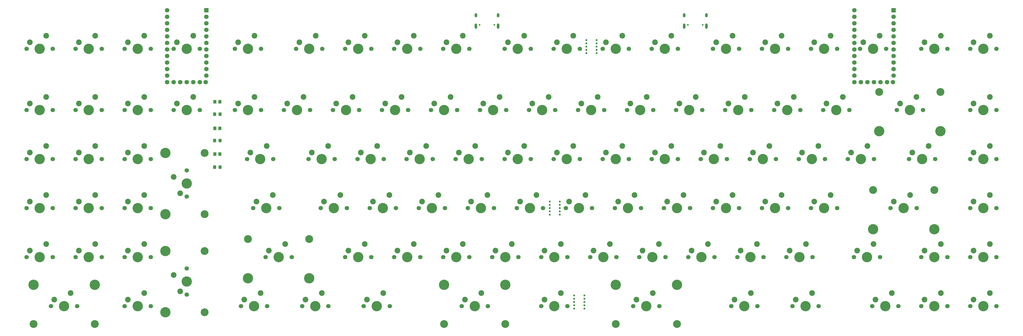
<source format=gbr>
%TF.GenerationSoftware,KiCad,Pcbnew,7.0.1*%
%TF.CreationDate,2023-05-04T08:54:13-07:00*%
%TF.ProjectId,split-kb,73706c69-742d-46b6-922e-6b696361645f,rev?*%
%TF.SameCoordinates,Original*%
%TF.FileFunction,Soldermask,Top*%
%TF.FilePolarity,Negative*%
%FSLAX46Y46*%
G04 Gerber Fmt 4.6, Leading zero omitted, Abs format (unit mm)*
G04 Created by KiCad (PCBNEW 7.0.1) date 2023-05-04 08:54:13*
%MOMM*%
%LPD*%
G01*
G04 APERTURE LIST*
G04 Aperture macros list*
%AMRoundRect*
0 Rectangle with rounded corners*
0 $1 Rounding radius*
0 $2 $3 $4 $5 $6 $7 $8 $9 X,Y pos of 4 corners*
0 Add a 4 corners polygon primitive as box body*
4,1,4,$2,$3,$4,$5,$6,$7,$8,$9,$2,$3,0*
0 Add four circle primitives for the rounded corners*
1,1,$1+$1,$2,$3*
1,1,$1+$1,$4,$5*
1,1,$1+$1,$6,$7*
1,1,$1+$1,$8,$9*
0 Add four rect primitives between the rounded corners*
20,1,$1+$1,$2,$3,$4,$5,0*
20,1,$1+$1,$4,$5,$6,$7,0*
20,1,$1+$1,$6,$7,$8,$9,0*
20,1,$1+$1,$8,$9,$2,$3,0*%
G04 Aperture macros list end*
%ADD10C,1.700000*%
%ADD11C,4.000000*%
%ADD12C,2.200000*%
%ADD13C,3.050000*%
%ADD14C,0.787400*%
%ADD15RoundRect,0.250000X-0.350000X-0.450000X0.350000X-0.450000X0.350000X0.450000X-0.350000X0.450000X0*%
%ADD16RoundRect,0.250000X-0.325000X-0.450000X0.325000X-0.450000X0.325000X0.450000X-0.325000X0.450000X0*%
%ADD17R,1.752600X1.752600*%
%ADD18C,1.752600*%
%ADD19C,0.650000*%
%ADD20O,1.000000X1.600000*%
%ADD21O,1.000000X2.100000*%
G04 APERTURE END LIST*
D10*
%TO.C,MX97*%
X411638750Y-250825000D03*
D11*
X416718750Y-250825000D03*
D10*
X421798750Y-250825000D03*
D12*
X419258750Y-245745000D03*
X412908750Y-248285000D03*
%TD*%
D10*
%TO.C,MX61*%
X297338750Y-250825000D03*
D11*
X302418750Y-250825000D03*
D10*
X307498750Y-250825000D03*
D12*
X304958750Y-245745000D03*
X298608750Y-248285000D03*
%TD*%
D10*
%TO.C,MX39*%
X223520000Y-307975000D03*
D11*
X228600000Y-307975000D03*
D10*
X233680000Y-307975000D03*
D12*
X231140000Y-302895000D03*
X224790000Y-305435000D03*
%TD*%
D10*
%TO.C,MX80*%
X359251250Y-269875000D03*
D11*
X364331250Y-269875000D03*
D10*
X369411250Y-269875000D03*
D12*
X366871250Y-264795000D03*
X360521250Y-267335000D03*
%TD*%
D10*
%TO.C,MX11*%
X111601250Y-288925000D03*
D11*
X116681250Y-288925000D03*
D10*
X121761250Y-288925000D03*
D12*
X119221250Y-283845000D03*
X112871250Y-286385000D03*
%TD*%
D10*
%TO.C,MX67*%
X316388750Y-250825000D03*
D11*
X321468750Y-250825000D03*
D10*
X326548750Y-250825000D03*
D12*
X324008750Y-245745000D03*
X317658750Y-248285000D03*
%TD*%
D10*
%TO.C,MX5*%
X92551250Y-288925000D03*
D11*
X97631250Y-288925000D03*
D10*
X102711250Y-288925000D03*
D12*
X100171250Y-283845000D03*
X93821250Y-286385000D03*
%TD*%
D10*
%TO.C,MX102*%
X435451250Y-250825000D03*
D11*
X440531250Y-250825000D03*
D10*
X445611250Y-250825000D03*
D12*
X443071250Y-245745000D03*
X436721250Y-248285000D03*
%TD*%
D11*
%TO.C,MX21*%
X146526250Y-310350000D03*
D13*
X161766250Y-310350000D03*
D10*
X154781250Y-303530000D03*
D11*
X154781250Y-298450000D03*
D10*
X154781250Y-293370000D03*
D11*
X146526250Y-286550000D03*
D13*
X161766250Y-286550000D03*
D12*
X149701250Y-295910000D03*
X152241250Y-302260000D03*
%TD*%
D14*
%TO.C,REF\u002A\u002A*%
X314071000Y-209708750D03*
X314071000Y-208438750D03*
X314071000Y-207168750D03*
X314071000Y-205898750D03*
X314071000Y-204628750D03*
%TD*%
D10*
%TO.C,MX71*%
X359251250Y-207962500D03*
D11*
X364331250Y-207962500D03*
D10*
X369411250Y-207962500D03*
D12*
X366871250Y-202882500D03*
X360521250Y-205422500D03*
%TD*%
D10*
%TO.C,MX104*%
X459263750Y-288925000D03*
D11*
X464343750Y-288925000D03*
D10*
X469423750Y-288925000D03*
D12*
X466883750Y-283845000D03*
X460533750Y-286385000D03*
%TD*%
D10*
%TO.C,MX63*%
X311626250Y-288925000D03*
D11*
X316706250Y-288925000D03*
D10*
X321786250Y-288925000D03*
D12*
X319246250Y-283845000D03*
X312896250Y-286385000D03*
%TD*%
D10*
%TO.C,MX84*%
X383063750Y-231775000D03*
D11*
X388143750Y-231775000D03*
D10*
X393223750Y-231775000D03*
D12*
X390683750Y-226695000D03*
X384333750Y-229235000D03*
%TD*%
D10*
%TO.C,MX23*%
X173513750Y-231775000D03*
D11*
X178593750Y-231775000D03*
D10*
X183673750Y-231775000D03*
D12*
X181133750Y-226695000D03*
X174783750Y-229235000D03*
%TD*%
D14*
%TO.C,REF\u002A\u002A*%
X310102250Y-209708750D03*
X310102250Y-208438750D03*
X310102250Y-207168750D03*
X310102250Y-205898750D03*
X310102250Y-204628750D03*
%TD*%
D10*
%TO.C,MX32*%
X216376250Y-288925000D03*
D11*
X221456250Y-288925000D03*
D10*
X226536250Y-288925000D03*
D12*
X223996250Y-283845000D03*
X217646250Y-286385000D03*
%TD*%
D14*
%TO.C,REF\u002A\u002A*%
X309308500Y-308927500D03*
X309308500Y-307657500D03*
X309308500Y-306387500D03*
X309308500Y-305117500D03*
X309308500Y-303847500D03*
%TD*%
D10*
%TO.C,MX41*%
X230663750Y-231775000D03*
D11*
X235743750Y-231775000D03*
D10*
X240823750Y-231775000D03*
D12*
X238283750Y-226695000D03*
X231933750Y-229235000D03*
%TD*%
D10*
%TO.C,MX77*%
X378301250Y-207962500D03*
D11*
X383381250Y-207962500D03*
D10*
X388461250Y-207962500D03*
D12*
X385921250Y-202882500D03*
X379571250Y-205422500D03*
%TD*%
D15*
%TO.C,R1*%
X165687500Y-228600000D03*
X167687500Y-228600000D03*
%TD*%
D10*
%TO.C,MX22*%
X173513750Y-207962500D03*
D11*
X178593750Y-207962500D03*
D10*
X183673750Y-207962500D03*
D12*
X181133750Y-202882500D03*
X174783750Y-205422500D03*
%TD*%
D10*
%TO.C,MX95*%
X440213750Y-207962500D03*
D11*
X445293750Y-207962500D03*
D10*
X450373750Y-207962500D03*
D12*
X447833750Y-202882500D03*
X441483750Y-205422500D03*
%TD*%
D10*
%TO.C,MX4*%
X92551250Y-269875000D03*
D11*
X97631250Y-269875000D03*
D10*
X102711250Y-269875000D03*
D12*
X100171250Y-264795000D03*
X93821250Y-267335000D03*
%TD*%
D10*
%TO.C,MX53*%
X268763750Y-231775000D03*
D11*
X273843750Y-231775000D03*
D10*
X278923750Y-231775000D03*
D12*
X276383750Y-226695000D03*
X270033750Y-229235000D03*
%TD*%
D10*
%TO.C,MX7*%
X111601250Y-207962500D03*
D11*
X116681250Y-207962500D03*
D10*
X121761250Y-207962500D03*
D12*
X119221250Y-202882500D03*
X112871250Y-205422500D03*
%TD*%
D10*
%TO.C,MX37*%
X225901250Y-269875000D03*
D11*
X230981250Y-269875000D03*
D10*
X236061250Y-269875000D03*
D12*
X233521250Y-264795000D03*
X227171250Y-267335000D03*
%TD*%
D10*
%TO.C,MX68*%
X321151250Y-269875000D03*
D11*
X326231250Y-269875000D03*
D10*
X331311250Y-269875000D03*
D12*
X328771250Y-264795000D03*
X322421250Y-267335000D03*
%TD*%
D10*
%TO.C,MX33*%
X199707500Y-307975000D03*
D11*
X204787500Y-307975000D03*
D10*
X209867500Y-307975000D03*
D12*
X207327500Y-302895000D03*
X200977500Y-305435000D03*
%TD*%
D10*
%TO.C,MX10*%
X111601250Y-269875000D03*
D11*
X116681250Y-269875000D03*
D10*
X121761250Y-269875000D03*
D12*
X119221250Y-264795000D03*
X112871250Y-267335000D03*
%TD*%
D10*
%TO.C,MX48*%
X259238750Y-250825000D03*
D11*
X264318750Y-250825000D03*
D10*
X269398750Y-250825000D03*
D12*
X266858750Y-245745000D03*
X260508750Y-248285000D03*
%TD*%
D10*
%TO.C,MX58*%
X287813750Y-231775000D03*
D11*
X292893750Y-231775000D03*
D10*
X297973750Y-231775000D03*
D12*
X295433750Y-226695000D03*
X289083750Y-229235000D03*
%TD*%
D10*
%TO.C,MX93*%
X414020000Y-288925000D03*
D11*
X419100000Y-288925000D03*
D10*
X424180000Y-288925000D03*
D12*
X421640000Y-283845000D03*
X415290000Y-286385000D03*
%TD*%
D10*
%TO.C,MX28*%
X197326250Y-207962500D03*
D11*
X202406250Y-207962500D03*
D10*
X207486250Y-207962500D03*
D12*
X204946250Y-202882500D03*
X198596250Y-205422500D03*
%TD*%
D10*
%TO.C,MX25*%
X180657500Y-269875000D03*
D11*
X185737500Y-269875000D03*
D10*
X190817500Y-269875000D03*
D12*
X188277500Y-264795000D03*
X181927500Y-267335000D03*
%TD*%
D10*
%TO.C,MX14*%
X130651250Y-250825000D03*
D11*
X135731250Y-250825000D03*
D10*
X140811250Y-250825000D03*
D12*
X138271250Y-245745000D03*
X131921250Y-248285000D03*
%TD*%
D10*
%TO.C,MX29*%
X192563750Y-231775000D03*
D11*
X197643750Y-231775000D03*
D10*
X202723750Y-231775000D03*
D12*
X200183750Y-226695000D03*
X193833750Y-229235000D03*
%TD*%
D10*
%TO.C,MX103*%
X459263750Y-269875000D03*
D11*
X464343750Y-269875000D03*
D10*
X469423750Y-269875000D03*
D12*
X466883750Y-264795000D03*
X460533750Y-267335000D03*
%TD*%
D10*
%TO.C,MX12*%
X130651250Y-207962500D03*
D11*
X135731250Y-207962500D03*
D10*
X140811250Y-207962500D03*
D12*
X138271250Y-202882500D03*
X131921250Y-205422500D03*
%TD*%
D10*
%TO.C,MX24*%
X178276250Y-250825000D03*
D11*
X183356250Y-250825000D03*
D10*
X188436250Y-250825000D03*
D12*
X185896250Y-245745000D03*
X179546250Y-248285000D03*
%TD*%
D10*
%TO.C,MX90*%
X402113750Y-231775000D03*
D11*
X407193750Y-231775000D03*
D10*
X412273750Y-231775000D03*
D12*
X409733750Y-226695000D03*
X403383750Y-229235000D03*
%TD*%
D10*
%TO.C,MX52*%
X278288750Y-207962500D03*
D11*
X283368750Y-207962500D03*
D10*
X288448750Y-207962500D03*
D12*
X285908750Y-202882500D03*
X279558750Y-205422500D03*
%TD*%
D10*
%TO.C,MX69*%
X330676250Y-288925000D03*
D11*
X335756250Y-288925000D03*
D10*
X340836250Y-288925000D03*
D12*
X338296250Y-283845000D03*
X331946250Y-286385000D03*
%TD*%
D10*
%TO.C,MX101*%
X459263750Y-231775000D03*
D11*
X464343750Y-231775000D03*
D10*
X469423750Y-231775000D03*
D12*
X466883750Y-226695000D03*
X460533750Y-229235000D03*
%TD*%
D10*
%TO.C,MX56*%
X292576250Y-288925000D03*
D11*
X297656250Y-288925000D03*
D10*
X302736250Y-288925000D03*
D12*
X300196250Y-283845000D03*
X293846250Y-286385000D03*
%TD*%
D10*
%TO.C,MX2*%
X92551250Y-231775000D03*
D11*
X97631250Y-231775000D03*
D10*
X102711250Y-231775000D03*
D12*
X100171250Y-226695000D03*
X93821250Y-229235000D03*
%TD*%
D10*
%TO.C,MX51*%
X292576250Y-307975000D03*
D11*
X297656250Y-307975000D03*
D10*
X302736250Y-307975000D03*
D12*
X300196250Y-302895000D03*
X293846250Y-305435000D03*
%TD*%
D11*
%TO.C,MX6*%
X95256250Y-299720000D03*
D13*
X95256250Y-314960000D03*
D10*
X102076250Y-307975000D03*
D11*
X107156250Y-307975000D03*
D10*
X112236250Y-307975000D03*
D11*
X119056250Y-299720000D03*
D13*
X119056250Y-314960000D03*
D12*
X109696250Y-302895000D03*
X103346250Y-305435000D03*
%TD*%
D10*
%TO.C,MX75*%
X349726250Y-288925000D03*
D11*
X354806250Y-288925000D03*
D10*
X359886250Y-288925000D03*
D12*
X357346250Y-283845000D03*
X350996250Y-286385000D03*
%TD*%
D10*
%TO.C,MX62*%
X302101250Y-269875000D03*
D11*
X307181250Y-269875000D03*
D10*
X312261250Y-269875000D03*
D12*
X309721250Y-264795000D03*
X303371250Y-267335000D03*
%TD*%
D10*
%TO.C,MX49*%
X264001250Y-269875000D03*
D11*
X269081250Y-269875000D03*
D10*
X274161250Y-269875000D03*
D12*
X271621250Y-264795000D03*
X265271250Y-267335000D03*
%TD*%
D10*
%TO.C,MX40*%
X235426250Y-207962500D03*
D11*
X240506250Y-207962500D03*
D10*
X245586250Y-207962500D03*
D12*
X243046250Y-202882500D03*
X236696250Y-205422500D03*
%TD*%
D10*
%TO.C,MX60*%
X306863750Y-231775000D03*
D11*
X311943750Y-231775000D03*
D10*
X317023750Y-231775000D03*
D12*
X314483750Y-226695000D03*
X308133750Y-229235000D03*
%TD*%
D11*
%TO.C,MX64*%
X321475000Y-299720000D03*
D13*
X321475000Y-314960000D03*
D10*
X328295000Y-307975000D03*
D11*
X333375000Y-307975000D03*
D10*
X338455000Y-307975000D03*
D11*
X345275000Y-299720000D03*
D13*
X345275000Y-314960000D03*
D12*
X335915000Y-302895000D03*
X329565000Y-305435000D03*
%TD*%
D10*
%TO.C,MX1*%
X92551250Y-207962500D03*
D11*
X97631250Y-207962500D03*
D10*
X102711250Y-207962500D03*
D12*
X100171250Y-202882500D03*
X93821250Y-205422500D03*
%TD*%
D10*
%TO.C,MX27*%
X175895000Y-307975000D03*
D11*
X180975000Y-307975000D03*
D10*
X186055000Y-307975000D03*
D12*
X183515000Y-302895000D03*
X177165000Y-305435000D03*
%TD*%
D10*
%TO.C,MX19*%
X149701250Y-231775000D03*
D11*
X154781250Y-231775000D03*
D10*
X159861250Y-231775000D03*
D12*
X157321250Y-226695000D03*
X150971250Y-229235000D03*
%TD*%
D10*
%TO.C,MX44*%
X254476250Y-288925000D03*
D11*
X259556250Y-288925000D03*
D10*
X264636250Y-288925000D03*
D12*
X262096250Y-283845000D03*
X255746250Y-286385000D03*
%TD*%
D10*
%TO.C,MX57*%
X297338750Y-207962500D03*
D11*
X302418750Y-207962500D03*
D10*
X307498750Y-207962500D03*
D12*
X304958750Y-202882500D03*
X298608750Y-205422500D03*
%TD*%
D13*
%TO.C,MX26*%
X178600000Y-281925000D03*
D11*
X178600000Y-297165000D03*
D10*
X185420000Y-288925000D03*
D11*
X190500000Y-288925000D03*
D10*
X195580000Y-288925000D03*
D13*
X202400000Y-281925000D03*
D11*
X202400000Y-297165000D03*
D12*
X193040000Y-283845000D03*
X186690000Y-286385000D03*
%TD*%
D10*
%TO.C,MX30*%
X202088750Y-250825000D03*
D11*
X207168750Y-250825000D03*
D10*
X212248750Y-250825000D03*
D12*
X209708750Y-245745000D03*
X203358750Y-248285000D03*
%TD*%
D10*
%TO.C,MX3*%
X92551250Y-250825000D03*
D11*
X97631250Y-250825000D03*
D10*
X102711250Y-250825000D03*
D12*
X100171250Y-245745000D03*
X93821250Y-248285000D03*
%TD*%
D14*
%TO.C,REF\u002A\u002A*%
X299783500Y-272415000D03*
X299783500Y-271145000D03*
X299783500Y-269875000D03*
X299783500Y-268605000D03*
X299783500Y-267335000D03*
%TD*%
D10*
%TO.C,MX9*%
X111601250Y-250825000D03*
D11*
X116681250Y-250825000D03*
D10*
X121761250Y-250825000D03*
D12*
X119221250Y-245745000D03*
X112871250Y-248285000D03*
%TD*%
D10*
%TO.C,MX54*%
X278288750Y-250825000D03*
D11*
X283368750Y-250825000D03*
D10*
X288448750Y-250825000D03*
D12*
X285908750Y-245745000D03*
X279558750Y-248285000D03*
%TD*%
D10*
%TO.C,MX46*%
X254476250Y-207962500D03*
D11*
X259556250Y-207962500D03*
D10*
X264636250Y-207962500D03*
D12*
X262096250Y-202882500D03*
X255746250Y-205422500D03*
%TD*%
D10*
%TO.C,MX82*%
X421163750Y-307975000D03*
D11*
X426243750Y-307975000D03*
D10*
X431323750Y-307975000D03*
D12*
X428783750Y-302895000D03*
X422433750Y-305435000D03*
%TD*%
D10*
%TO.C,MX79*%
X354488750Y-250825000D03*
D11*
X359568750Y-250825000D03*
D10*
X364648750Y-250825000D03*
D12*
X362108750Y-245745000D03*
X355758750Y-248285000D03*
%TD*%
D10*
%TO.C,MX94*%
X459263750Y-307975000D03*
D11*
X464343750Y-307975000D03*
D10*
X469423750Y-307975000D03*
D12*
X466883750Y-302895000D03*
X460533750Y-305435000D03*
%TD*%
D10*
%TO.C,MX81*%
X368776250Y-288925000D03*
D11*
X373856250Y-288925000D03*
D10*
X378936250Y-288925000D03*
D12*
X376396250Y-283845000D03*
X370046250Y-286385000D03*
%TD*%
D10*
%TO.C,MX88*%
X440213750Y-307975000D03*
D11*
X445293750Y-307975000D03*
D10*
X450373750Y-307975000D03*
D12*
X447833750Y-302895000D03*
X441483750Y-305435000D03*
%TD*%
D10*
%TO.C,MX35*%
X211613750Y-231775000D03*
D11*
X216693750Y-231775000D03*
D10*
X221773750Y-231775000D03*
D12*
X219233750Y-226695000D03*
X212883750Y-229235000D03*
%TD*%
D15*
%TO.C,R4*%
X165687500Y-238918750D03*
X167687500Y-238918750D03*
%TD*%
D10*
%TO.C,MX99*%
X440213750Y-288925000D03*
D11*
X445293750Y-288925000D03*
D10*
X450373750Y-288925000D03*
D12*
X447833750Y-283845000D03*
X441483750Y-286385000D03*
%TD*%
D10*
%TO.C,MX43*%
X244951250Y-269875000D03*
D11*
X250031250Y-269875000D03*
D10*
X255111250Y-269875000D03*
D12*
X252571250Y-264795000D03*
X246221250Y-267335000D03*
%TD*%
D10*
%TO.C,MX87*%
X387826250Y-288925000D03*
D11*
X392906250Y-288925000D03*
D10*
X397986250Y-288925000D03*
D12*
X395446250Y-283845000D03*
X389096250Y-286385000D03*
%TD*%
D10*
%TO.C,MX76*%
X390207500Y-307975000D03*
D11*
X395287500Y-307975000D03*
D10*
X400367500Y-307975000D03*
D12*
X397827500Y-302895000D03*
X391477500Y-305435000D03*
%TD*%
D16*
%TO.C,D2*%
X165662500Y-243681250D03*
X167712500Y-243681250D03*
%TD*%
D10*
%TO.C,MX59*%
X316388750Y-207962500D03*
D11*
X321468750Y-207962500D03*
D10*
X326548750Y-207962500D03*
D12*
X324008750Y-202882500D03*
X317658750Y-205422500D03*
%TD*%
D10*
%TO.C,MX92*%
X397351250Y-269875000D03*
D11*
X402431250Y-269875000D03*
D10*
X407511250Y-269875000D03*
D12*
X404971250Y-264795000D03*
X398621250Y-267335000D03*
%TD*%
D10*
%TO.C,MX50*%
X273526250Y-288925000D03*
D11*
X278606250Y-288925000D03*
D10*
X283686250Y-288925000D03*
D12*
X281146250Y-283845000D03*
X274796250Y-286385000D03*
%TD*%
D10*
%TO.C,MX38*%
X235426250Y-288925000D03*
D11*
X240506250Y-288925000D03*
D10*
X245586250Y-288925000D03*
D12*
X243046250Y-283845000D03*
X236696250Y-286385000D03*
%TD*%
D10*
%TO.C,MX74*%
X340201250Y-269875000D03*
D11*
X345281250Y-269875000D03*
D10*
X350361250Y-269875000D03*
D12*
X347821250Y-264795000D03*
X341471250Y-267335000D03*
%TD*%
D10*
%TO.C,MX34*%
X216376250Y-207962500D03*
D11*
X221456250Y-207962500D03*
D10*
X226536250Y-207962500D03*
D12*
X223996250Y-202882500D03*
X217646250Y-205422500D03*
%TD*%
D15*
%TO.C,R5*%
X165687500Y-248920000D03*
X167687500Y-248920000D03*
%TD*%
D10*
%TO.C,MX55*%
X283051250Y-269875000D03*
D11*
X288131250Y-269875000D03*
D10*
X293211250Y-269875000D03*
D12*
X290671250Y-264795000D03*
X284321250Y-267335000D03*
%TD*%
D10*
%TO.C,MX42*%
X240188750Y-250825000D03*
D11*
X245268750Y-250825000D03*
D10*
X250348750Y-250825000D03*
D12*
X247808750Y-245745000D03*
X241458750Y-248285000D03*
%TD*%
D10*
%TO.C,MX66*%
X325913750Y-231775000D03*
D11*
X330993750Y-231775000D03*
D10*
X336073750Y-231775000D03*
D12*
X333533750Y-226695000D03*
X327183750Y-229235000D03*
%TD*%
D10*
%TO.C,MX47*%
X249713750Y-231775000D03*
D11*
X254793750Y-231775000D03*
D10*
X259873750Y-231775000D03*
D12*
X257333750Y-226695000D03*
X250983750Y-229235000D03*
%TD*%
D14*
%TO.C,REF\u002A\u002A*%
X295814750Y-272415000D03*
X295814750Y-271145000D03*
X295814750Y-269875000D03*
X295814750Y-268605000D03*
X295814750Y-267335000D03*
%TD*%
D10*
%TO.C,MX72*%
X344963750Y-231775000D03*
D11*
X350043750Y-231775000D03*
D10*
X355123750Y-231775000D03*
D12*
X352583750Y-226695000D03*
X346233750Y-229235000D03*
%TD*%
D10*
%TO.C,MX78*%
X364013750Y-231775000D03*
D11*
X369093750Y-231775000D03*
D10*
X374173750Y-231775000D03*
D12*
X371633750Y-226695000D03*
X365283750Y-229235000D03*
%TD*%
D10*
%TO.C,MX65*%
X335438750Y-207962500D03*
D11*
X340518750Y-207962500D03*
D10*
X345598750Y-207962500D03*
D12*
X343058750Y-202882500D03*
X336708750Y-205422500D03*
%TD*%
D10*
%TO.C,MX105*%
X459263750Y-250825000D03*
D11*
X464343750Y-250825000D03*
D10*
X469423750Y-250825000D03*
D12*
X466883750Y-245745000D03*
X460533750Y-248285000D03*
%TD*%
D10*
%TO.C,MX73*%
X335438750Y-250825000D03*
D11*
X340518750Y-250825000D03*
D10*
X345598750Y-250825000D03*
D12*
X343058750Y-245745000D03*
X336708750Y-248285000D03*
%TD*%
D13*
%TO.C,MX98*%
X421487500Y-262875000D03*
D11*
X421487500Y-278115000D03*
D10*
X428307500Y-269875000D03*
D11*
X433387500Y-269875000D03*
D10*
X438467500Y-269875000D03*
D13*
X445287500Y-262875000D03*
D11*
X445287500Y-278115000D03*
D12*
X435927500Y-264795000D03*
X429577500Y-267335000D03*
%TD*%
D10*
%TO.C,MX86*%
X378301250Y-269875000D03*
D11*
X383381250Y-269875000D03*
D10*
X388461250Y-269875000D03*
D12*
X385921250Y-264795000D03*
X379571250Y-267335000D03*
%TD*%
D16*
%TO.C,D3*%
X165662500Y-254000000D03*
X167712500Y-254000000D03*
%TD*%
D10*
%TO.C,MX83*%
X397351250Y-207962500D03*
D11*
X402431250Y-207962500D03*
D10*
X407511250Y-207962500D03*
D12*
X404971250Y-202882500D03*
X398621250Y-205422500D03*
%TD*%
D10*
%TO.C,MX70*%
X366395000Y-307975000D03*
D11*
X371475000Y-307975000D03*
D10*
X376555000Y-307975000D03*
D12*
X374015000Y-302895000D03*
X367665000Y-305435000D03*
%TD*%
D10*
%TO.C,MX36*%
X221138750Y-250825000D03*
D11*
X226218750Y-250825000D03*
D10*
X231298750Y-250825000D03*
D12*
X228758750Y-245745000D03*
X222408750Y-248285000D03*
%TD*%
D10*
%TO.C,MX13*%
X130651250Y-231775000D03*
D11*
X135731250Y-231775000D03*
D10*
X140811250Y-231775000D03*
D12*
X138271250Y-226695000D03*
X131921250Y-229235000D03*
%TD*%
D10*
%TO.C,MX17*%
X130651250Y-307975000D03*
D11*
X135731250Y-307975000D03*
D10*
X140811250Y-307975000D03*
D12*
X138271250Y-302895000D03*
X131921250Y-305435000D03*
%TD*%
D10*
%TO.C,MX89*%
X416401250Y-207962500D03*
D11*
X421481250Y-207962500D03*
D10*
X426561250Y-207962500D03*
D12*
X424021250Y-202882500D03*
X417671250Y-205422500D03*
%TD*%
D10*
%TO.C,MX15*%
X130651250Y-269875000D03*
D11*
X135731250Y-269875000D03*
D10*
X140811250Y-269875000D03*
D12*
X138271250Y-264795000D03*
X131921250Y-267335000D03*
%TD*%
D10*
%TO.C,MX100*%
X459263750Y-207962500D03*
D11*
X464343750Y-207962500D03*
D10*
X469423750Y-207962500D03*
D12*
X466883750Y-202882500D03*
X460533750Y-205422500D03*
%TD*%
D10*
%TO.C,MX91*%
X392588750Y-250825000D03*
D11*
X397668750Y-250825000D03*
D10*
X402748750Y-250825000D03*
D12*
X400208750Y-245745000D03*
X393858750Y-248285000D03*
%TD*%
D10*
%TO.C,MX8*%
X111601250Y-231775000D03*
D11*
X116681250Y-231775000D03*
D10*
X121761250Y-231775000D03*
D12*
X119221250Y-226695000D03*
X112871250Y-229235000D03*
%TD*%
D16*
%TO.C,D1*%
X165662500Y-233362500D03*
X167712500Y-233362500D03*
%TD*%
D10*
%TO.C,MX16*%
X130651250Y-288925000D03*
D11*
X135731250Y-288925000D03*
D10*
X140811250Y-288925000D03*
D12*
X138271250Y-283845000D03*
X131921250Y-286385000D03*
%TD*%
D11*
%TO.C,MX20*%
X146526250Y-272250000D03*
D13*
X161766250Y-272250000D03*
D10*
X154781250Y-265430000D03*
D11*
X154781250Y-260350000D03*
D10*
X154781250Y-255270000D03*
D11*
X146526250Y-248450000D03*
D13*
X161766250Y-248450000D03*
D12*
X149701250Y-257810000D03*
X152241250Y-264160000D03*
%TD*%
D13*
%TO.C,MX96*%
X423868750Y-224775000D03*
D11*
X423868750Y-240015000D03*
D10*
X430688750Y-231775000D03*
D11*
X435768750Y-231775000D03*
D10*
X440848750Y-231775000D03*
D13*
X447668750Y-224775000D03*
D11*
X447668750Y-240015000D03*
D12*
X438308750Y-226695000D03*
X431958750Y-229235000D03*
%TD*%
D10*
%TO.C,MX85*%
X373538750Y-250825000D03*
D11*
X378618750Y-250825000D03*
D10*
X383698750Y-250825000D03*
D12*
X381158750Y-245745000D03*
X374808750Y-248285000D03*
%TD*%
D10*
%TO.C,MX18*%
X149701250Y-207962500D03*
D11*
X154781250Y-207962500D03*
D10*
X159861250Y-207962500D03*
D12*
X157321250Y-202882500D03*
X150971250Y-205422500D03*
%TD*%
D10*
%TO.C,MX31*%
X206851250Y-269875000D03*
D11*
X211931250Y-269875000D03*
D10*
X217011250Y-269875000D03*
D12*
X214471250Y-264795000D03*
X208121250Y-267335000D03*
%TD*%
D14*
%TO.C,REF\u002A\u002A*%
X305339750Y-308927500D03*
X305339750Y-307657500D03*
X305339750Y-306387500D03*
X305339750Y-305117500D03*
X305339750Y-303847500D03*
%TD*%
D11*
%TO.C,MX45*%
X254800000Y-299720000D03*
D13*
X254800000Y-314960000D03*
D10*
X261620000Y-307975000D03*
D11*
X266700000Y-307975000D03*
D10*
X271780000Y-307975000D03*
D11*
X278600000Y-299720000D03*
D13*
X278600000Y-314960000D03*
D12*
X269240000Y-302895000D03*
X262890000Y-305435000D03*
%TD*%
D17*
%TO.C,U1*%
X162401250Y-193040000D03*
D18*
X162401250Y-195580000D03*
X162401250Y-198120000D03*
X162401250Y-200660000D03*
X162401250Y-203200000D03*
X162401250Y-205740000D03*
X162401250Y-208280000D03*
X162401250Y-210820000D03*
X162401250Y-213360000D03*
X162401250Y-215900000D03*
X162401250Y-218440000D03*
X162172650Y-220980000D03*
X147161250Y-220980000D03*
X147161250Y-218440000D03*
X147161250Y-215900000D03*
X147161250Y-213360000D03*
X147161250Y-210820000D03*
X147161250Y-208280000D03*
X147161250Y-205740000D03*
X147161250Y-203200000D03*
X147161250Y-200660000D03*
X147161250Y-198120000D03*
X147161250Y-195580000D03*
X147161250Y-193040000D03*
X159861250Y-220980000D03*
X157321250Y-220980000D03*
X154781250Y-220980000D03*
X152241250Y-220980000D03*
X149701250Y-220980000D03*
%TD*%
D19*
%TO.C,P2*%
X349535000Y-198656250D03*
X355315000Y-198656250D03*
D20*
X348105000Y-195006250D03*
D21*
X348105000Y-199186250D03*
D20*
X356745000Y-195006250D03*
D21*
X356745000Y-199186250D03*
%TD*%
D19*
%TO.C,P1*%
X268572500Y-198656250D03*
X274352500Y-198656250D03*
D20*
X267142500Y-195006250D03*
D21*
X267142500Y-199186250D03*
D20*
X275782500Y-195006250D03*
D21*
X275782500Y-199186250D03*
%TD*%
D17*
%TO.C,U2*%
X429418750Y-193040000D03*
D18*
X429418750Y-195580000D03*
X429418750Y-198120000D03*
X429418750Y-200660000D03*
X429418750Y-203200000D03*
X429418750Y-205740000D03*
X429418750Y-208280000D03*
X429418750Y-210820000D03*
X429418750Y-213360000D03*
X429418750Y-215900000D03*
X429418750Y-218440000D03*
X429190150Y-220980000D03*
X414178750Y-220980000D03*
X414178750Y-218440000D03*
X414178750Y-215900000D03*
X414178750Y-213360000D03*
X414178750Y-210820000D03*
X414178750Y-208280000D03*
X414178750Y-205740000D03*
X414178750Y-203200000D03*
X414178750Y-200660000D03*
X414178750Y-198120000D03*
X414178750Y-195580000D03*
X414178750Y-193040000D03*
X426878750Y-220980000D03*
X424338750Y-220980000D03*
X421798750Y-220980000D03*
X419258750Y-220980000D03*
X416718750Y-220980000D03*
%TD*%
M02*

</source>
